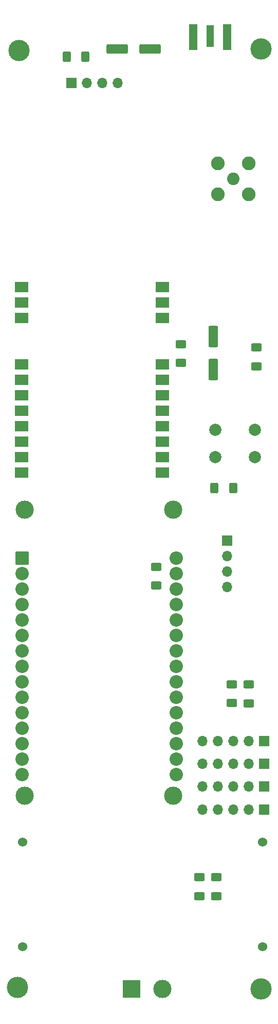
<source format=gts>
%TF.GenerationSoftware,KiCad,Pcbnew,7.0.9*%
%TF.CreationDate,2024-10-13T10:47:50-07:00*%
%TF.ProjectId,DIY Meshtastic 1W Node,44495920-4d65-4736-9874-617374696320,1.0*%
%TF.SameCoordinates,Original*%
%TF.FileFunction,Soldermask,Top*%
%TF.FilePolarity,Negative*%
%FSLAX46Y46*%
G04 Gerber Fmt 4.6, Leading zero omitted, Abs format (unit mm)*
G04 Created by KiCad (PCBNEW 7.0.9) date 2024-10-13 10:47:50*
%MOMM*%
%LPD*%
G01*
G04 APERTURE LIST*
G04 Aperture macros list*
%AMRoundRect*
0 Rectangle with rounded corners*
0 $1 Rounding radius*
0 $2 $3 $4 $5 $6 $7 $8 $9 X,Y pos of 4 corners*
0 Add a 4 corners polygon primitive as box body*
4,1,4,$2,$3,$4,$5,$6,$7,$8,$9,$2,$3,0*
0 Add four circle primitives for the rounded corners*
1,1,$1+$1,$2,$3*
1,1,$1+$1,$4,$5*
1,1,$1+$1,$6,$7*
1,1,$1+$1,$8,$9*
0 Add four rect primitives between the rounded corners*
20,1,$1+$1,$2,$3,$4,$5,0*
20,1,$1+$1,$4,$5,$6,$7,0*
20,1,$1+$1,$6,$7,$8,$9,0*
20,1,$1+$1,$8,$9,$2,$3,0*%
G04 Aperture macros list end*
%ADD10RoundRect,0.102000X1.040000X0.755000X-1.040000X0.755000X-1.040000X-0.755000X1.040000X-0.755000X0*%
%ADD11RoundRect,0.250000X0.625000X-0.400000X0.625000X0.400000X-0.625000X0.400000X-0.625000X-0.400000X0*%
%ADD12RoundRect,0.250000X-0.625000X0.400000X-0.625000X-0.400000X0.625000X-0.400000X0.625000X0.400000X0*%
%ADD13R,1.270000X3.600000*%
%ADD14R,1.350000X4.200000*%
%ADD15RoundRect,0.250000X1.500000X0.550000X-1.500000X0.550000X-1.500000X-0.550000X1.500000X-0.550000X0*%
%ADD16R,1.700000X1.700000*%
%ADD17O,1.700000X1.700000*%
%ADD18C,3.000000*%
%ADD19RoundRect,0.102000X-1.000000X-1.000000X1.000000X-1.000000X1.000000X1.000000X-1.000000X1.000000X0*%
%ADD20C,2.204000*%
%ADD21R,3.000000X3.000000*%
%ADD22C,3.500000*%
%ADD23C,1.524000*%
%ADD24RoundRect,0.250000X0.550000X-1.500000X0.550000X1.500000X-0.550000X1.500000X-0.550000X-1.500000X0*%
%ADD25C,2.000000*%
%ADD26C,2.050000*%
%ADD27C,2.250000*%
%ADD28RoundRect,0.250000X0.400000X0.625000X-0.400000X0.625000X-0.400000X-0.625000X0.400000X-0.625000X0*%
G04 APERTURE END LIST*
D10*
%TO.C,U2*%
X103850000Y-73680000D03*
X103850000Y-76220000D03*
X103850000Y-78760000D03*
X103850000Y-86360000D03*
X103850000Y-88900000D03*
X103850000Y-91440000D03*
X103850000Y-93980000D03*
X103850000Y-96520000D03*
X103850000Y-99060000D03*
X103850000Y-101600000D03*
X103850000Y-104140000D03*
X127000000Y-104140000D03*
X127000000Y-101600000D03*
X127000000Y-99060000D03*
X127000000Y-96520000D03*
X127000000Y-93980000D03*
X127000000Y-91440000D03*
X127000000Y-88900000D03*
X127000000Y-86360000D03*
X127000000Y-78760000D03*
X127000000Y-76220000D03*
X127000000Y-73680000D03*
%TD*%
D11*
%TO.C,C8*%
X141224000Y-142038000D03*
X141224000Y-138938000D03*
%TD*%
D12*
%TO.C,C7*%
X138508000Y-138912000D03*
X138508000Y-142012000D03*
%TD*%
D13*
%TO.C,J8*%
X134905000Y-32402500D03*
D14*
X137730000Y-32602500D03*
X132080000Y-32602500D03*
%TD*%
D15*
%TO.C,C6*%
X124968000Y-34544000D03*
X119568000Y-34544000D03*
%TD*%
D12*
%TO.C,C2*%
X142494000Y-83566000D03*
X142494000Y-86666000D03*
%TD*%
D16*
%TO.C,J1*%
X137668000Y-115316000D03*
D17*
X137668000Y-117856000D03*
X137668000Y-120396000D03*
X137668000Y-122936000D03*
%TD*%
D16*
%TO.C,J3*%
X143764000Y-148259920D03*
D17*
X141224000Y-148259920D03*
X138684000Y-148259920D03*
X136144000Y-148259920D03*
X133604000Y-148259920D03*
%TD*%
D18*
%TO.C,U1*%
X104306000Y-110236000D03*
X104306000Y-157186000D03*
X128816000Y-110236000D03*
X128816000Y-157186000D03*
D19*
X103886000Y-118196000D03*
D20*
X103886000Y-120736000D03*
X103886000Y-123276000D03*
X103886000Y-125816000D03*
X103886000Y-128356000D03*
X103886000Y-130896000D03*
X103886000Y-133436000D03*
X103886000Y-135976000D03*
X103886000Y-138516000D03*
X103886000Y-141056000D03*
X103886000Y-143596000D03*
X103886000Y-146136000D03*
X103886000Y-148676000D03*
X103886000Y-151216000D03*
X103886000Y-153756000D03*
X129286000Y-153756000D03*
X129286000Y-151216000D03*
X129286000Y-148676000D03*
X129286000Y-146136000D03*
X129286000Y-143596000D03*
X129286000Y-141056000D03*
X129286000Y-138516000D03*
X129286000Y-135976000D03*
X129286000Y-133436000D03*
X129286000Y-130896000D03*
X129286000Y-128356000D03*
X129286000Y-125816000D03*
X129286000Y-123276000D03*
X129286000Y-120736000D03*
X129286000Y-118196000D03*
%TD*%
D16*
%TO.C,J2*%
X112014000Y-40132000D03*
D17*
X114554000Y-40132000D03*
X117094000Y-40132000D03*
X119634000Y-40132000D03*
%TD*%
D21*
%TO.C,J9*%
X121920000Y-188976000D03*
D18*
X127000000Y-188976000D03*
%TD*%
D22*
%TO.C,REF\u002A\u002A*%
X103378000Y-34798000D03*
%TD*%
D12*
%TO.C,C3*%
X130048000Y-83032000D03*
X130048000Y-86132000D03*
%TD*%
%TO.C,C4*%
X125984000Y-119608000D03*
X125984000Y-122708000D03*
%TD*%
D23*
%TO.C,U3*%
X104013000Y-182046000D03*
X104013000Y-164846000D03*
X143573000Y-182046000D03*
X143573000Y-164846000D03*
%TD*%
D24*
%TO.C,C1*%
X135382000Y-87188000D03*
X135382000Y-81788000D03*
%TD*%
D22*
%TO.C,REF\u002A\u002A*%
X143256000Y-188976000D03*
%TD*%
D25*
%TO.C,SW1*%
X142240000Y-101600000D03*
X135740000Y-101600000D03*
X142240000Y-97100000D03*
X135740000Y-97100000D03*
%TD*%
D16*
%TO.C,J4*%
X143764000Y-151956960D03*
D17*
X141224000Y-151956960D03*
X138684000Y-151956960D03*
X136144000Y-151956960D03*
X133604000Y-151956960D03*
%TD*%
D26*
%TO.C,J7*%
X138684000Y-55880000D03*
D27*
X136144000Y-53340000D03*
X136144000Y-58420000D03*
X141224000Y-53340000D03*
X141224000Y-58420000D03*
%TD*%
D28*
%TO.C,C5*%
X114352000Y-35814000D03*
X111252000Y-35814000D03*
%TD*%
D12*
%TO.C,C10*%
X135890000Y-170636000D03*
X135890000Y-173736000D03*
%TD*%
D28*
%TO.C,R1*%
X138710000Y-106680000D03*
X135610000Y-106680000D03*
%TD*%
D16*
%TO.C,J6*%
X143764000Y-159495040D03*
D17*
X141224000Y-159495040D03*
X138684000Y-159495040D03*
X136144000Y-159495040D03*
X133604000Y-159495040D03*
%TD*%
D12*
%TO.C,C9*%
X133174000Y-170636000D03*
X133174000Y-173736000D03*
%TD*%
D16*
%TO.C,J5*%
X143764000Y-155702000D03*
D17*
X141224000Y-155702000D03*
X138684000Y-155702000D03*
X136144000Y-155702000D03*
X133604000Y-155702000D03*
%TD*%
D22*
%TO.C,REF\u002A\u002A*%
X103124000Y-188722000D03*
%TD*%
%TO.C,REF\u002A\u002A*%
X143256000Y-34544000D03*
%TD*%
M02*

</source>
